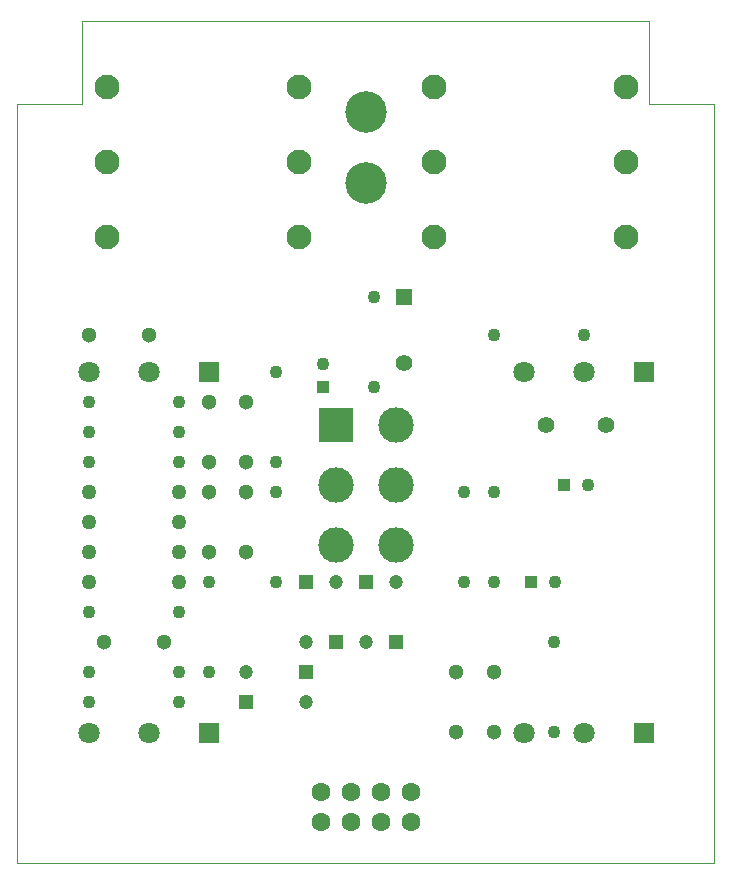
<source format=gbs>
G75*
%MOIN*%
%OFA0B0*%
%FSLAX25Y25*%
%IPPOS*%
%LPD*%
%AMOC8*
5,1,8,0,0,1.08239X$1,22.5*
%
%ADD10R,0.07087X0.07087*%
%ADD11C,0.07087*%
%ADD12C,0.05118*%
%ADD13R,0.04331X0.04331*%
%ADD14C,0.04331*%
%ADD15C,0.08268*%
%ADD16C,0.13843*%
%ADD17C,0.06299*%
%ADD18C,0.00000*%
%ADD19C,0.05512*%
%ADD20R,0.05512X0.05512*%
%ADD21C,0.05000*%
%ADD22R,0.11811X0.11811*%
%ADD23C,0.11811*%
%ADD24C,0.04724*%
%ADD25R,0.04724X0.04724*%
D10*
X0069100Y0048913D03*
X0069100Y0169163D03*
X0214100Y0169163D03*
X0214100Y0048913D03*
D11*
X0194100Y0048913D03*
X0174100Y0048913D03*
X0174100Y0169163D03*
X0194100Y0169163D03*
X0049100Y0169163D03*
X0029100Y0169163D03*
X0029100Y0048913D03*
X0049100Y0048913D03*
D12*
X0054100Y0079100D03*
X0034100Y0079100D03*
X0069100Y0109100D03*
X0081600Y0109100D03*
X0081600Y0129100D03*
X0081600Y0139100D03*
X0069100Y0139100D03*
X0069100Y0129100D03*
X0069100Y0159100D03*
X0081600Y0159100D03*
X0049100Y0181600D03*
X0029100Y0181600D03*
X0151600Y0069100D03*
X0164100Y0069100D03*
X0164100Y0049100D03*
X0151600Y0049100D03*
D13*
X0176670Y0099105D03*
X0187660Y0131600D03*
X0107345Y0164170D03*
D14*
X0107348Y0172030D03*
X0091600Y0169100D03*
X0091600Y0139100D03*
X0091600Y0129100D03*
X0091600Y0099100D03*
X0069100Y0099100D03*
X0059100Y0089100D03*
X0059100Y0069100D03*
X0059100Y0059100D03*
X0069100Y0069100D03*
X0029100Y0069100D03*
X0029100Y0059100D03*
X0029100Y0089100D03*
X0029100Y0139100D03*
X0029100Y0149100D03*
X0029100Y0159100D03*
X0059100Y0159100D03*
X0059100Y0149100D03*
X0059100Y0139100D03*
X0124100Y0164100D03*
X0124100Y0194100D03*
X0164100Y0181600D03*
X0194100Y0181600D03*
X0195540Y0131600D03*
X0184530Y0099102D03*
X0184100Y0079100D03*
X0164100Y0099100D03*
X0154100Y0099100D03*
X0154100Y0129100D03*
X0164100Y0129100D03*
X0184100Y0049100D03*
D15*
X0208049Y0214350D03*
X0208049Y0239350D03*
X0208049Y0264350D03*
X0144151Y0264350D03*
X0144151Y0239350D03*
X0144151Y0214350D03*
X0099049Y0214350D03*
X0099049Y0239350D03*
X0099049Y0264350D03*
X0035151Y0264350D03*
X0035151Y0239350D03*
X0035151Y0214350D03*
D16*
X0121600Y0232188D03*
X0121600Y0255810D03*
D17*
X0116600Y0029100D03*
X0116600Y0019100D03*
X0106600Y0019100D03*
X0106600Y0029100D03*
X0126600Y0029100D03*
X0126600Y0019100D03*
X0136600Y0019100D03*
X0136600Y0029100D03*
D18*
X0237633Y0005600D02*
X0005350Y0005600D01*
X0005350Y0258631D01*
X0027004Y0258631D01*
X0027004Y0286191D01*
X0215980Y0286191D01*
X0215980Y0258631D01*
X0237633Y0258631D01*
X0237633Y0005600D01*
D19*
X0201600Y0151600D03*
X0181600Y0151600D03*
X0134100Y0172350D03*
D20*
X0134100Y0194100D03*
D21*
X0059100Y0129100D03*
X0059100Y0119100D03*
X0059100Y0109100D03*
X0059100Y0099100D03*
X0029100Y0099100D03*
X0029100Y0109100D03*
X0029100Y0119100D03*
X0029100Y0129100D03*
D22*
X0111600Y0151600D03*
D23*
X0111600Y0131600D03*
X0111600Y0111600D03*
X0131600Y0111600D03*
X0131600Y0131600D03*
X0131600Y0151600D03*
D24*
X0131600Y0099100D03*
X0121600Y0079100D03*
X0111600Y0099100D03*
X0101600Y0079100D03*
X0101600Y0059100D03*
X0081600Y0069100D03*
D25*
X0081600Y0059100D03*
X0101600Y0069100D03*
X0111600Y0079100D03*
X0101600Y0099100D03*
X0121600Y0099100D03*
X0131600Y0079100D03*
M02*

</source>
